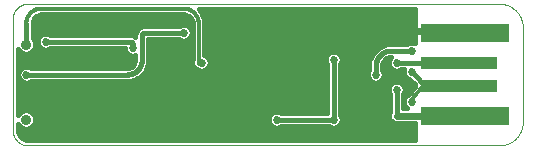
<source format=gbl>
G75*
%MOIN*%
%OFA0B0*%
%FSLAX25Y25*%
%IPPOS*%
%LPD*%
%AMOC8*
5,1,8,0,0,1.08239X$1,22.5*
%
%ADD10C,0.00000*%
%ADD11C,0.03500*%
%ADD12R,0.29528X0.05906*%
%ADD13R,0.25591X0.03937*%
%ADD14C,0.01600*%
%ADD15C,0.02700*%
%ADD16C,0.02400*%
%ADD17C,0.01200*%
D10*
X0011800Y0006800D02*
X0168926Y0006800D01*
X0169116Y0006802D01*
X0169306Y0006809D01*
X0169496Y0006821D01*
X0169686Y0006837D01*
X0169875Y0006857D01*
X0170064Y0006883D01*
X0170252Y0006912D01*
X0170439Y0006947D01*
X0170625Y0006986D01*
X0170810Y0007029D01*
X0170995Y0007077D01*
X0171178Y0007129D01*
X0171359Y0007185D01*
X0171539Y0007246D01*
X0171718Y0007312D01*
X0171895Y0007381D01*
X0172071Y0007455D01*
X0172244Y0007533D01*
X0172416Y0007616D01*
X0172585Y0007702D01*
X0172753Y0007792D01*
X0172918Y0007887D01*
X0173081Y0007985D01*
X0173241Y0008088D01*
X0173399Y0008194D01*
X0173554Y0008304D01*
X0173707Y0008417D01*
X0173857Y0008535D01*
X0174003Y0008656D01*
X0174147Y0008780D01*
X0174288Y0008908D01*
X0174426Y0009039D01*
X0174561Y0009174D01*
X0174692Y0009312D01*
X0174820Y0009453D01*
X0174944Y0009597D01*
X0175065Y0009743D01*
X0175183Y0009893D01*
X0175296Y0010046D01*
X0175406Y0010201D01*
X0175512Y0010359D01*
X0175615Y0010519D01*
X0175713Y0010682D01*
X0175808Y0010847D01*
X0175898Y0011015D01*
X0175984Y0011184D01*
X0176067Y0011356D01*
X0176145Y0011529D01*
X0176219Y0011705D01*
X0176288Y0011882D01*
X0176354Y0012061D01*
X0176415Y0012241D01*
X0176471Y0012422D01*
X0176523Y0012605D01*
X0176571Y0012790D01*
X0176614Y0012975D01*
X0176653Y0013161D01*
X0176688Y0013348D01*
X0176717Y0013536D01*
X0176743Y0013725D01*
X0176763Y0013914D01*
X0176779Y0014104D01*
X0176791Y0014294D01*
X0176798Y0014484D01*
X0176800Y0014674D01*
X0176800Y0046170D01*
X0176798Y0046360D01*
X0176791Y0046550D01*
X0176779Y0046740D01*
X0176763Y0046930D01*
X0176743Y0047119D01*
X0176717Y0047308D01*
X0176688Y0047496D01*
X0176653Y0047683D01*
X0176614Y0047869D01*
X0176571Y0048054D01*
X0176523Y0048239D01*
X0176471Y0048422D01*
X0176415Y0048603D01*
X0176354Y0048783D01*
X0176288Y0048962D01*
X0176219Y0049139D01*
X0176145Y0049315D01*
X0176067Y0049488D01*
X0175984Y0049660D01*
X0175898Y0049829D01*
X0175808Y0049997D01*
X0175713Y0050162D01*
X0175615Y0050325D01*
X0175512Y0050485D01*
X0175406Y0050643D01*
X0175296Y0050798D01*
X0175183Y0050951D01*
X0175065Y0051101D01*
X0174944Y0051247D01*
X0174820Y0051391D01*
X0174692Y0051532D01*
X0174561Y0051670D01*
X0174426Y0051805D01*
X0174288Y0051936D01*
X0174147Y0052064D01*
X0174003Y0052188D01*
X0173857Y0052309D01*
X0173707Y0052427D01*
X0173554Y0052540D01*
X0173399Y0052650D01*
X0173241Y0052756D01*
X0173081Y0052859D01*
X0172918Y0052957D01*
X0172753Y0053052D01*
X0172585Y0053142D01*
X0172416Y0053228D01*
X0172244Y0053311D01*
X0172071Y0053389D01*
X0171895Y0053463D01*
X0171718Y0053532D01*
X0171539Y0053598D01*
X0171359Y0053659D01*
X0171178Y0053715D01*
X0170995Y0053767D01*
X0170810Y0053815D01*
X0170625Y0053858D01*
X0170439Y0053897D01*
X0170252Y0053932D01*
X0170064Y0053961D01*
X0169875Y0053987D01*
X0169686Y0054007D01*
X0169496Y0054023D01*
X0169306Y0054035D01*
X0169116Y0054042D01*
X0168926Y0054044D01*
X0011800Y0054044D01*
X0011660Y0054042D01*
X0011520Y0054036D01*
X0011380Y0054026D01*
X0011240Y0054013D01*
X0011101Y0053995D01*
X0010962Y0053973D01*
X0010825Y0053948D01*
X0010687Y0053919D01*
X0010551Y0053886D01*
X0010416Y0053849D01*
X0010282Y0053808D01*
X0010149Y0053763D01*
X0010017Y0053715D01*
X0009887Y0053663D01*
X0009758Y0053608D01*
X0009631Y0053549D01*
X0009505Y0053486D01*
X0009381Y0053420D01*
X0009260Y0053351D01*
X0009140Y0053278D01*
X0009022Y0053201D01*
X0008907Y0053122D01*
X0008793Y0053039D01*
X0008683Y0052953D01*
X0008574Y0052864D01*
X0008468Y0052772D01*
X0008365Y0052677D01*
X0008264Y0052580D01*
X0008167Y0052479D01*
X0008072Y0052376D01*
X0007980Y0052270D01*
X0007891Y0052161D01*
X0007805Y0052051D01*
X0007722Y0051937D01*
X0007643Y0051822D01*
X0007566Y0051704D01*
X0007493Y0051584D01*
X0007424Y0051463D01*
X0007358Y0051339D01*
X0007295Y0051213D01*
X0007236Y0051086D01*
X0007181Y0050957D01*
X0007129Y0050827D01*
X0007081Y0050695D01*
X0007036Y0050562D01*
X0006995Y0050428D01*
X0006958Y0050293D01*
X0006925Y0050157D01*
X0006896Y0050019D01*
X0006871Y0049882D01*
X0006849Y0049743D01*
X0006831Y0049604D01*
X0006818Y0049464D01*
X0006808Y0049324D01*
X0006802Y0049184D01*
X0006800Y0049044D01*
X0006800Y0011800D01*
X0006802Y0011660D01*
X0006808Y0011520D01*
X0006818Y0011380D01*
X0006831Y0011240D01*
X0006849Y0011101D01*
X0006871Y0010962D01*
X0006896Y0010825D01*
X0006925Y0010687D01*
X0006958Y0010551D01*
X0006995Y0010416D01*
X0007036Y0010282D01*
X0007081Y0010149D01*
X0007129Y0010017D01*
X0007181Y0009887D01*
X0007236Y0009758D01*
X0007295Y0009631D01*
X0007358Y0009505D01*
X0007424Y0009381D01*
X0007493Y0009260D01*
X0007566Y0009140D01*
X0007643Y0009022D01*
X0007722Y0008907D01*
X0007805Y0008793D01*
X0007891Y0008683D01*
X0007980Y0008574D01*
X0008072Y0008468D01*
X0008167Y0008365D01*
X0008264Y0008264D01*
X0008365Y0008167D01*
X0008468Y0008072D01*
X0008574Y0007980D01*
X0008683Y0007891D01*
X0008793Y0007805D01*
X0008907Y0007722D01*
X0009022Y0007643D01*
X0009140Y0007566D01*
X0009260Y0007493D01*
X0009381Y0007424D01*
X0009505Y0007358D01*
X0009631Y0007295D01*
X0009758Y0007236D01*
X0009887Y0007181D01*
X0010017Y0007129D01*
X0010149Y0007081D01*
X0010282Y0007036D01*
X0010416Y0006995D01*
X0010551Y0006958D01*
X0010687Y0006925D01*
X0010825Y0006896D01*
X0010962Y0006871D01*
X0011101Y0006849D01*
X0011240Y0006831D01*
X0011380Y0006818D01*
X0011520Y0006808D01*
X0011660Y0006802D01*
X0011800Y0006800D01*
D11*
X0011300Y0015422D03*
X0011300Y0040422D03*
D12*
X0157587Y0044202D03*
X0157587Y0016642D03*
D13*
X0155619Y0026485D03*
X0155619Y0034359D03*
D14*
X0134800Y0034422D01*
X0132800Y0038422D02*
X0132660Y0038420D01*
X0132520Y0038414D01*
X0132380Y0038404D01*
X0132240Y0038391D01*
X0132101Y0038373D01*
X0131962Y0038351D01*
X0131825Y0038326D01*
X0131687Y0038297D01*
X0131551Y0038264D01*
X0131416Y0038227D01*
X0131282Y0038186D01*
X0131149Y0038141D01*
X0131017Y0038093D01*
X0130887Y0038041D01*
X0130758Y0037986D01*
X0130631Y0037927D01*
X0130505Y0037864D01*
X0130381Y0037798D01*
X0130260Y0037729D01*
X0130140Y0037656D01*
X0130022Y0037579D01*
X0129907Y0037500D01*
X0129793Y0037417D01*
X0129683Y0037331D01*
X0129574Y0037242D01*
X0129468Y0037150D01*
X0129365Y0037055D01*
X0129264Y0036958D01*
X0129167Y0036857D01*
X0129072Y0036754D01*
X0128980Y0036648D01*
X0128891Y0036539D01*
X0128805Y0036429D01*
X0128722Y0036315D01*
X0128643Y0036200D01*
X0128566Y0036082D01*
X0128493Y0035962D01*
X0128424Y0035841D01*
X0128358Y0035717D01*
X0128295Y0035591D01*
X0128236Y0035464D01*
X0128181Y0035335D01*
X0128129Y0035205D01*
X0128081Y0035073D01*
X0128036Y0034940D01*
X0127995Y0034806D01*
X0127958Y0034671D01*
X0127925Y0034535D01*
X0127896Y0034397D01*
X0127871Y0034260D01*
X0127849Y0034121D01*
X0127831Y0033982D01*
X0127818Y0033842D01*
X0127808Y0033702D01*
X0127802Y0033562D01*
X0127800Y0033422D01*
X0127800Y0030422D01*
X0125150Y0030778D02*
X0115900Y0030778D01*
X0111700Y0030778D02*
X0050197Y0030778D01*
X0050819Y0031400D02*
X0051900Y0034010D01*
X0051900Y0042322D01*
X0062152Y0042322D01*
X0062299Y0042175D01*
X0063273Y0041772D01*
X0064327Y0041772D01*
X0065301Y0042175D01*
X0066047Y0042921D01*
X0066450Y0043895D01*
X0066450Y0044949D01*
X0066047Y0045923D01*
X0065301Y0046669D01*
X0064327Y0047072D01*
X0063273Y0047072D01*
X0062299Y0046669D01*
X0062152Y0046522D01*
X0049930Y0046522D01*
X0049877Y0046468D01*
X0048531Y0045691D01*
X0047754Y0044345D01*
X0047700Y0044292D01*
X0047700Y0042905D01*
X0046723Y0043468D01*
X0046670Y0043522D01*
X0019448Y0043522D01*
X0019301Y0043669D01*
X0018327Y0044072D01*
X0017273Y0044072D01*
X0016299Y0043669D01*
X0015553Y0042923D01*
X0015150Y0041949D01*
X0015150Y0040895D01*
X0015553Y0039921D01*
X0016299Y0039175D01*
X0017273Y0038772D01*
X0018327Y0038772D01*
X0019301Y0039175D01*
X0019448Y0039322D01*
X0044150Y0039322D01*
X0044150Y0038895D01*
X0044553Y0037921D01*
X0045299Y0037175D01*
X0046273Y0036772D01*
X0047327Y0036772D01*
X0047700Y0036926D01*
X0047700Y0035422D01*
X0047644Y0034856D01*
X0047211Y0033811D01*
X0046411Y0033011D01*
X0045366Y0032578D01*
X0044800Y0032522D01*
X0012948Y0032522D01*
X0012801Y0032669D01*
X0011827Y0033072D01*
X0010773Y0033072D01*
X0009799Y0032669D01*
X0009053Y0031923D01*
X0008650Y0030949D01*
X0008650Y0029895D01*
X0009053Y0028921D01*
X0009799Y0028175D01*
X0010773Y0027772D01*
X0011827Y0027772D01*
X0012801Y0028175D01*
X0012948Y0028322D01*
X0046212Y0028322D01*
X0048822Y0029403D01*
X0050819Y0031400D01*
X0050819Y0031400D01*
X0051223Y0032376D02*
X0067876Y0032376D01*
X0067930Y0032322D02*
X0068152Y0032322D01*
X0068299Y0032175D01*
X0069273Y0031772D01*
X0070327Y0031772D01*
X0071301Y0032175D01*
X0072047Y0032921D01*
X0072450Y0033895D01*
X0072450Y0034949D01*
X0072047Y0035923D01*
X0071301Y0036669D01*
X0070700Y0036918D01*
X0070700Y0046637D01*
X0070702Y0046639D01*
X0070700Y0047426D01*
X0070700Y0048209D01*
X0070698Y0048211D01*
X0070697Y0048796D01*
X0070697Y0048796D01*
X0069643Y0051326D01*
X0068721Y0052244D01*
X0140800Y0052244D01*
X0140800Y0040876D01*
X0140327Y0041072D01*
X0139273Y0041072D01*
X0138299Y0040669D01*
X0138152Y0040522D01*
X0131388Y0040522D01*
X0128778Y0039441D01*
X0126781Y0037444D01*
X0126781Y0037444D01*
X0125700Y0034834D01*
X0125700Y0032070D01*
X0125553Y0031923D01*
X0125150Y0030949D01*
X0125150Y0029895D01*
X0125553Y0028921D01*
X0126299Y0028175D01*
X0127273Y0027772D01*
X0128327Y0027772D01*
X0129301Y0028175D01*
X0130047Y0028921D01*
X0130450Y0029895D01*
X0130450Y0030949D01*
X0130047Y0031923D01*
X0129900Y0032070D01*
X0129900Y0033422D01*
X0129956Y0033988D01*
X0130389Y0035033D01*
X0131189Y0035833D01*
X0132234Y0036266D01*
X0132800Y0036322D01*
X0132952Y0036322D01*
X0132553Y0035923D01*
X0132150Y0034949D01*
X0132150Y0033895D01*
X0132553Y0032921D01*
X0133299Y0032175D01*
X0134273Y0031772D01*
X0135327Y0031772D01*
X0136301Y0032175D01*
X0136443Y0032317D01*
X0137301Y0032314D01*
X0137150Y0031949D01*
X0137150Y0030895D01*
X0137553Y0029921D01*
X0138299Y0029175D01*
X0139273Y0028772D01*
X0139346Y0028772D01*
X0140800Y0027138D01*
X0140800Y0026333D01*
X0138426Y0023735D01*
X0138402Y0023711D01*
X0138299Y0023669D01*
X0137553Y0022923D01*
X0137150Y0021949D01*
X0137150Y0020895D01*
X0137553Y0019921D01*
X0138299Y0019175D01*
X0138379Y0019142D01*
X0136900Y0019142D01*
X0136900Y0023774D01*
X0137047Y0023921D01*
X0137450Y0024895D01*
X0137450Y0025949D01*
X0137047Y0026923D01*
X0136301Y0027669D01*
X0135327Y0028072D01*
X0134273Y0028072D01*
X0133299Y0027669D01*
X0132553Y0026923D01*
X0132150Y0025949D01*
X0132150Y0024895D01*
X0132553Y0023921D01*
X0132700Y0023774D01*
X0132700Y0018078D01*
X0132681Y0018059D01*
X0132300Y0017140D01*
X0132300Y0016145D01*
X0132681Y0015226D01*
X0133384Y0014523D01*
X0134303Y0014142D01*
X0140800Y0014142D01*
X0140800Y0008600D01*
X0011800Y0008600D01*
X0011176Y0008661D01*
X0010022Y0009139D01*
X0009139Y0010022D01*
X0008661Y0011176D01*
X0008600Y0011800D01*
X0008600Y0013970D01*
X0008714Y0013694D01*
X0009572Y0012836D01*
X0010693Y0012372D01*
X0011907Y0012372D01*
X0013028Y0012836D01*
X0013886Y0013694D01*
X0014350Y0014815D01*
X0014350Y0016029D01*
X0013886Y0017150D01*
X0013028Y0018008D01*
X0011907Y0018472D01*
X0010693Y0018472D01*
X0009572Y0018008D01*
X0008714Y0017150D01*
X0008600Y0016874D01*
X0008600Y0038970D01*
X0008714Y0038694D01*
X0009572Y0037836D01*
X0010693Y0037372D01*
X0011907Y0037372D01*
X0013028Y0037836D01*
X0013886Y0038694D01*
X0014350Y0039815D01*
X0014350Y0041029D01*
X0013886Y0042150D01*
X0013400Y0042635D01*
X0013400Y0048292D01*
X0013382Y0048310D01*
X0013724Y0049133D01*
X0014578Y0049983D01*
X0015693Y0050442D01*
X0016296Y0050500D01*
X0017083Y0050498D01*
X0017085Y0050500D01*
X0063015Y0050500D01*
X0063017Y0050498D01*
X0063804Y0050500D01*
X0064407Y0050442D01*
X0065521Y0049983D01*
X0066376Y0049133D01*
X0066839Y0048020D01*
X0066900Y0047418D01*
X0066900Y0035492D01*
X0066700Y0035292D01*
X0066700Y0033552D01*
X0067930Y0032322D01*
X0071502Y0032376D02*
X0111700Y0032376D01*
X0111700Y0033774D02*
X0111700Y0017522D01*
X0096448Y0017522D01*
X0096301Y0017669D01*
X0095327Y0018072D01*
X0094273Y0018072D01*
X0093299Y0017669D01*
X0092553Y0016923D01*
X0092150Y0015949D01*
X0092150Y0014895D01*
X0092553Y0013921D01*
X0093299Y0013175D01*
X0094273Y0012772D01*
X0095327Y0012772D01*
X0096301Y0013175D01*
X0096448Y0013322D01*
X0112152Y0013322D01*
X0112299Y0013175D01*
X0113273Y0012772D01*
X0114327Y0012772D01*
X0115301Y0013175D01*
X0116047Y0013921D01*
X0116450Y0014895D01*
X0116450Y0015949D01*
X0116047Y0016923D01*
X0115900Y0017070D01*
X0115900Y0033774D01*
X0116047Y0033921D01*
X0116450Y0034895D01*
X0116450Y0035949D01*
X0116047Y0036923D01*
X0115301Y0037669D01*
X0114327Y0038072D01*
X0113273Y0038072D01*
X0112299Y0037669D01*
X0111553Y0036923D01*
X0111150Y0035949D01*
X0111150Y0034895D01*
X0111553Y0033921D01*
X0111700Y0033774D01*
X0111531Y0033975D02*
X0072450Y0033975D01*
X0069800Y0034422D02*
X0068800Y0034422D01*
X0066700Y0033975D02*
X0051885Y0033975D01*
X0051900Y0035573D02*
X0066900Y0035573D01*
X0066900Y0037172D02*
X0051900Y0037172D01*
X0051900Y0038770D02*
X0066900Y0038770D01*
X0066900Y0040369D02*
X0051900Y0040369D01*
X0051900Y0041967D02*
X0062801Y0041967D01*
X0064798Y0041967D02*
X0066900Y0041967D01*
X0070700Y0041967D02*
X0140800Y0041967D01*
X0140800Y0043566D02*
X0070700Y0043566D01*
X0070700Y0045164D02*
X0140800Y0045164D01*
X0140800Y0046763D02*
X0070701Y0046763D01*
X0066900Y0046763D02*
X0065074Y0046763D01*
X0062526Y0046763D02*
X0013400Y0046763D01*
X0011300Y0047422D02*
X0011300Y0040422D01*
X0014350Y0040369D02*
X0015368Y0040369D01*
X0013917Y0038770D02*
X0044202Y0038770D01*
X0046800Y0039422D02*
X0046800Y0040422D01*
X0046798Y0040482D01*
X0046793Y0040543D01*
X0046784Y0040602D01*
X0046771Y0040661D01*
X0046755Y0040720D01*
X0046735Y0040777D01*
X0046712Y0040832D01*
X0046685Y0040887D01*
X0046656Y0040939D01*
X0046623Y0040990D01*
X0046587Y0041039D01*
X0046549Y0041085D01*
X0046507Y0041129D01*
X0046463Y0041171D01*
X0046417Y0041209D01*
X0046368Y0041245D01*
X0046317Y0041278D01*
X0046265Y0041307D01*
X0046210Y0041334D01*
X0046155Y0041357D01*
X0046098Y0041377D01*
X0046039Y0041393D01*
X0045980Y0041406D01*
X0045921Y0041415D01*
X0045860Y0041420D01*
X0045800Y0041422D01*
X0017800Y0041422D01*
X0017575Y0041422D01*
X0015158Y0041967D02*
X0013961Y0041967D01*
X0013400Y0043566D02*
X0016196Y0043566D01*
X0019404Y0043566D02*
X0047700Y0043566D01*
X0049800Y0043422D02*
X0049800Y0035422D01*
X0047700Y0035573D02*
X0008600Y0035573D01*
X0008600Y0033975D02*
X0047279Y0033975D01*
X0049800Y0035422D02*
X0049798Y0035282D01*
X0049792Y0035142D01*
X0049782Y0035002D01*
X0049769Y0034862D01*
X0049751Y0034723D01*
X0049729Y0034584D01*
X0049704Y0034447D01*
X0049675Y0034309D01*
X0049642Y0034173D01*
X0049605Y0034038D01*
X0049564Y0033904D01*
X0049519Y0033771D01*
X0049471Y0033639D01*
X0049419Y0033509D01*
X0049364Y0033380D01*
X0049305Y0033253D01*
X0049242Y0033127D01*
X0049176Y0033003D01*
X0049107Y0032882D01*
X0049034Y0032762D01*
X0048957Y0032644D01*
X0048878Y0032529D01*
X0048795Y0032415D01*
X0048709Y0032305D01*
X0048620Y0032196D01*
X0048528Y0032090D01*
X0048433Y0031987D01*
X0048336Y0031886D01*
X0048235Y0031789D01*
X0048132Y0031694D01*
X0048026Y0031602D01*
X0047917Y0031513D01*
X0047807Y0031427D01*
X0047693Y0031344D01*
X0047578Y0031265D01*
X0047460Y0031188D01*
X0047340Y0031115D01*
X0047219Y0031046D01*
X0047095Y0030980D01*
X0046969Y0030917D01*
X0046842Y0030858D01*
X0046713Y0030803D01*
X0046583Y0030751D01*
X0046451Y0030703D01*
X0046318Y0030658D01*
X0046184Y0030617D01*
X0046049Y0030580D01*
X0045913Y0030547D01*
X0045775Y0030518D01*
X0045638Y0030493D01*
X0045499Y0030471D01*
X0045360Y0030453D01*
X0045220Y0030440D01*
X0045080Y0030430D01*
X0044940Y0030424D01*
X0044800Y0030422D01*
X0011300Y0030422D01*
X0008650Y0030778D02*
X0008600Y0030778D01*
X0008600Y0032376D02*
X0009507Y0032376D01*
X0008946Y0029179D02*
X0008600Y0029179D01*
X0008600Y0027581D02*
X0111700Y0027581D01*
X0111700Y0029179D02*
X0048282Y0029179D01*
X0048822Y0029403D02*
X0048822Y0029403D01*
X0045308Y0037172D02*
X0008600Y0037172D01*
X0008600Y0038770D02*
X0008683Y0038770D01*
X0013400Y0045164D02*
X0048226Y0045164D01*
X0048531Y0045691D02*
X0048531Y0045691D01*
X0048531Y0045691D01*
X0050800Y0044422D02*
X0063800Y0044422D01*
X0066314Y0043566D02*
X0066900Y0043566D01*
X0066900Y0045164D02*
X0066361Y0045164D01*
X0066697Y0048361D02*
X0013403Y0048361D01*
X0014555Y0049960D02*
X0065545Y0049960D01*
X0063804Y0050500D02*
X0063804Y0050500D01*
X0069409Y0051558D02*
X0140800Y0051558D01*
X0140800Y0049960D02*
X0070212Y0049960D01*
X0070698Y0048361D02*
X0140800Y0048361D01*
X0146367Y0044800D02*
X0134800Y0045422D01*
X0146367Y0044800D02*
X0157587Y0044202D01*
X0139800Y0038422D02*
X0132800Y0038422D01*
X0128778Y0039441D02*
X0128778Y0039441D01*
X0128107Y0038770D02*
X0070700Y0038770D01*
X0070700Y0040369D02*
X0131018Y0040369D01*
X0126668Y0037172D02*
X0115798Y0037172D01*
X0111802Y0037172D02*
X0070700Y0037172D01*
X0072191Y0035573D02*
X0111150Y0035573D01*
X0113800Y0035422D02*
X0113800Y0015422D01*
X0094800Y0015422D01*
X0092192Y0014793D02*
X0014341Y0014793D01*
X0013385Y0013194D02*
X0093280Y0013194D01*
X0096320Y0013194D02*
X0112280Y0013194D01*
X0115320Y0013194D02*
X0140800Y0013194D01*
X0140800Y0011596D02*
X0008620Y0011596D01*
X0008600Y0013194D02*
X0009215Y0013194D01*
X0015800Y0011422D02*
X0015800Y0020422D01*
X0013046Y0017990D02*
X0094074Y0017990D01*
X0095526Y0017990D02*
X0111700Y0017990D01*
X0111700Y0019588D02*
X0008600Y0019588D01*
X0008600Y0017990D02*
X0009554Y0017990D01*
X0014200Y0016391D02*
X0092333Y0016391D01*
X0077300Y0009420D02*
X0077212Y0009400D01*
X0077124Y0009384D01*
X0077035Y0009372D01*
X0076945Y0009364D01*
X0076855Y0009360D01*
X0076765Y0009359D01*
X0076675Y0009363D01*
X0076586Y0009370D01*
X0076496Y0009382D01*
X0076408Y0009397D01*
X0076320Y0009416D01*
X0076233Y0009439D01*
X0076147Y0009466D01*
X0076062Y0009496D01*
X0075979Y0009530D01*
X0075897Y0009568D01*
X0075817Y0009609D01*
X0075739Y0009653D01*
X0075663Y0009701D01*
X0075589Y0009753D01*
X0075517Y0009807D01*
X0075448Y0009865D01*
X0075382Y0009925D01*
X0075318Y0009989D01*
X0075257Y0010055D01*
X0075199Y0010123D01*
X0075144Y0010194D01*
X0075092Y0010268D01*
X0075043Y0010344D01*
X0074998Y0010421D01*
X0074956Y0010501D01*
X0074917Y0010582D01*
X0074883Y0010665D01*
X0074851Y0010750D01*
X0074824Y0010835D01*
X0074800Y0010922D01*
X0074800Y0013422D01*
X0077300Y0009420D02*
X0135764Y0009420D01*
X0137532Y0009154D02*
X0137800Y0009422D01*
X0140800Y0009997D02*
X0009164Y0009997D01*
X0008600Y0021187D02*
X0111700Y0021187D01*
X0115900Y0021187D02*
X0132700Y0021187D01*
X0136900Y0021187D02*
X0137150Y0021187D01*
X0136900Y0022785D02*
X0137496Y0022785D01*
X0137238Y0024384D02*
X0139019Y0024384D01*
X0134800Y0025422D02*
X0134800Y0016642D01*
X0132300Y0016391D02*
X0116267Y0016391D01*
X0116408Y0014793D02*
X0133114Y0014793D01*
X0135764Y0009420D02*
X0135844Y0009374D01*
X0135925Y0009331D01*
X0136008Y0009292D01*
X0136092Y0009256D01*
X0136178Y0009223D01*
X0136265Y0009194D01*
X0136353Y0009168D01*
X0136442Y0009145D01*
X0136531Y0009126D01*
X0136622Y0009111D01*
X0136713Y0009099D01*
X0136804Y0009091D01*
X0136896Y0009086D01*
X0136987Y0009085D01*
X0137079Y0009088D01*
X0137171Y0009094D01*
X0137262Y0009103D01*
X0137353Y0009117D01*
X0137443Y0009134D01*
X0137532Y0009154D01*
X0132652Y0017990D02*
X0115900Y0017990D01*
X0115900Y0019588D02*
X0132700Y0019588D01*
X0136900Y0019588D02*
X0137886Y0019588D01*
X0132700Y0022785D02*
X0115900Y0022785D01*
X0115900Y0024384D02*
X0132362Y0024384D01*
X0132164Y0025982D02*
X0115900Y0025982D01*
X0111700Y0025982D02*
X0008600Y0025982D01*
X0008600Y0024384D02*
X0111700Y0024384D01*
X0111700Y0022785D02*
X0008600Y0022785D01*
X0049800Y0043422D02*
X0049802Y0043482D01*
X0049807Y0043543D01*
X0049816Y0043602D01*
X0049829Y0043661D01*
X0049845Y0043720D01*
X0049865Y0043777D01*
X0049888Y0043832D01*
X0049915Y0043887D01*
X0049944Y0043939D01*
X0049977Y0043990D01*
X0050013Y0044039D01*
X0050051Y0044085D01*
X0050093Y0044129D01*
X0050137Y0044171D01*
X0050183Y0044209D01*
X0050232Y0044245D01*
X0050283Y0044278D01*
X0050335Y0044307D01*
X0050390Y0044334D01*
X0050445Y0044357D01*
X0050502Y0044377D01*
X0050561Y0044393D01*
X0050620Y0044406D01*
X0050679Y0044415D01*
X0050740Y0044420D01*
X0050800Y0044422D01*
X0069643Y0051326D02*
X0069643Y0051326D01*
X0116450Y0035573D02*
X0126006Y0035573D01*
X0125700Y0033975D02*
X0116069Y0033975D01*
X0115900Y0032376D02*
X0125700Y0032376D01*
X0129900Y0032376D02*
X0133098Y0032376D01*
X0132150Y0033975D02*
X0129954Y0033975D01*
X0130929Y0035573D02*
X0132409Y0035573D01*
X0139800Y0031422D02*
X0144800Y0025800D01*
X0155619Y0026485D01*
X0143800Y0026800D01*
X0147800Y0026800D01*
X0140479Y0025982D02*
X0137436Y0025982D01*
X0136389Y0027581D02*
X0140406Y0027581D01*
X0138295Y0029179D02*
X0130154Y0029179D01*
X0133211Y0027581D02*
X0115900Y0027581D01*
X0115900Y0029179D02*
X0125446Y0029179D01*
X0130450Y0030778D02*
X0137199Y0030778D01*
X0016296Y0050500D02*
X0016296Y0050500D01*
D15*
X0017800Y0041422D03*
X0046800Y0039422D03*
X0063800Y0044422D03*
X0069800Y0034422D03*
X0113800Y0035422D03*
X0127800Y0030422D03*
X0134800Y0034422D03*
X0139800Y0031422D03*
X0134800Y0025422D03*
X0139800Y0021422D03*
X0113800Y0015422D03*
X0094800Y0015422D03*
X0074800Y0013422D03*
X0015800Y0011422D03*
X0015800Y0020422D03*
X0011300Y0030422D03*
X0134800Y0045422D03*
X0139800Y0038422D03*
X0137800Y0009422D03*
D16*
X0134800Y0016642D02*
X0157587Y0016642D01*
X0157587Y0044202D02*
X0134800Y0045422D01*
D17*
X0143800Y0026800D02*
X0139800Y0022422D01*
X0139800Y0021422D01*
X0068800Y0034422D02*
X0068800Y0047422D01*
X0068798Y0047562D01*
X0068792Y0047702D01*
X0068781Y0047841D01*
X0068767Y0047981D01*
X0068749Y0048119D01*
X0068728Y0048258D01*
X0068702Y0048395D01*
X0068672Y0048532D01*
X0068639Y0048668D01*
X0068602Y0048803D01*
X0068561Y0048937D01*
X0068516Y0049069D01*
X0068468Y0049200D01*
X0068416Y0049330D01*
X0068360Y0049459D01*
X0068301Y0049586D01*
X0068238Y0049711D01*
X0068172Y0049834D01*
X0068102Y0049955D01*
X0068029Y0050075D01*
X0067953Y0050192D01*
X0067873Y0050307D01*
X0067791Y0050420D01*
X0067705Y0050530D01*
X0067616Y0050638D01*
X0067524Y0050744D01*
X0067429Y0050846D01*
X0067331Y0050947D01*
X0067230Y0051044D01*
X0067127Y0051138D01*
X0067021Y0051230D01*
X0066913Y0051318D01*
X0066802Y0051404D01*
X0066689Y0051486D01*
X0066574Y0051565D01*
X0066456Y0051641D01*
X0066336Y0051714D01*
X0066215Y0051783D01*
X0066091Y0051848D01*
X0065966Y0051911D01*
X0065839Y0051969D01*
X0065710Y0052024D01*
X0065580Y0052076D01*
X0065448Y0052124D01*
X0065316Y0052168D01*
X0065182Y0052208D01*
X0065046Y0052245D01*
X0064910Y0052277D01*
X0064774Y0052306D01*
X0064636Y0052331D01*
X0064498Y0052353D01*
X0064359Y0052370D01*
X0064219Y0052383D01*
X0064080Y0052393D01*
X0063940Y0052398D01*
X0063800Y0052400D01*
X0016300Y0052400D01*
X0016160Y0052398D01*
X0016020Y0052393D01*
X0015881Y0052383D01*
X0015741Y0052370D01*
X0015602Y0052353D01*
X0015464Y0052331D01*
X0015326Y0052306D01*
X0015190Y0052277D01*
X0015054Y0052245D01*
X0014918Y0052208D01*
X0014784Y0052168D01*
X0014652Y0052124D01*
X0014520Y0052076D01*
X0014390Y0052024D01*
X0014261Y0051969D01*
X0014134Y0051911D01*
X0014009Y0051848D01*
X0013885Y0051783D01*
X0013764Y0051714D01*
X0013644Y0051641D01*
X0013526Y0051565D01*
X0013411Y0051486D01*
X0013298Y0051404D01*
X0013187Y0051318D01*
X0013079Y0051230D01*
X0012973Y0051138D01*
X0012870Y0051044D01*
X0012769Y0050947D01*
X0012671Y0050846D01*
X0012576Y0050744D01*
X0012484Y0050638D01*
X0012395Y0050530D01*
X0012309Y0050420D01*
X0012227Y0050307D01*
X0012147Y0050192D01*
X0012071Y0050075D01*
X0011998Y0049955D01*
X0011928Y0049834D01*
X0011862Y0049711D01*
X0011799Y0049586D01*
X0011740Y0049459D01*
X0011684Y0049330D01*
X0011632Y0049200D01*
X0011584Y0049069D01*
X0011539Y0048937D01*
X0011498Y0048803D01*
X0011461Y0048668D01*
X0011428Y0048532D01*
X0011398Y0048395D01*
X0011372Y0048258D01*
X0011351Y0048119D01*
X0011333Y0047981D01*
X0011319Y0047841D01*
X0011308Y0047702D01*
X0011302Y0047562D01*
X0011300Y0047422D01*
M02*

</source>
